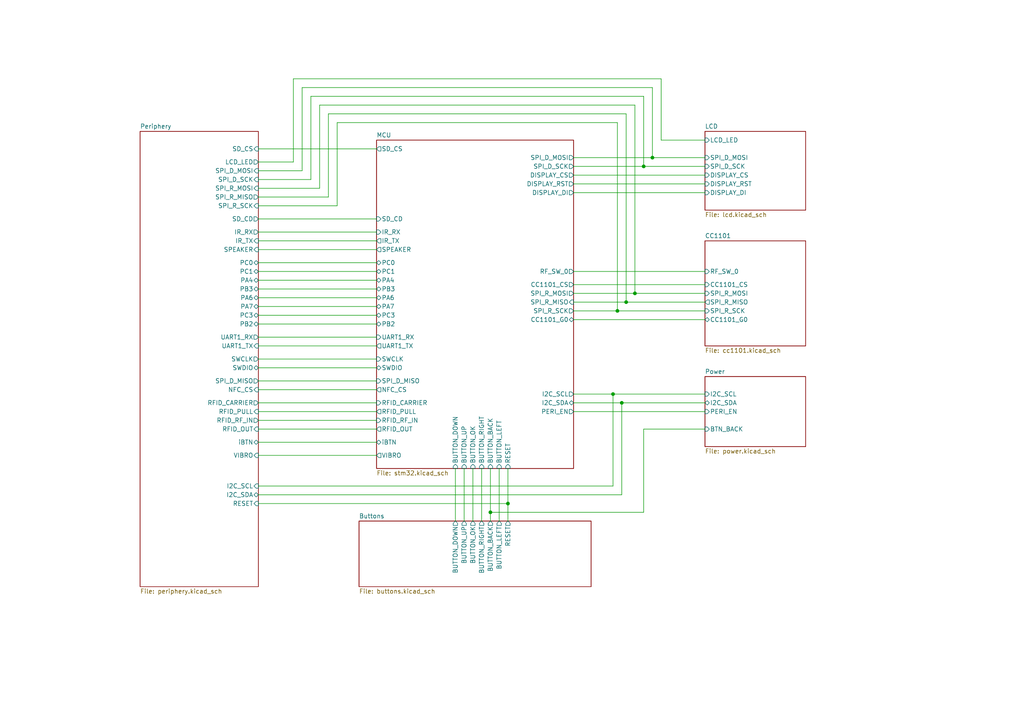
<source format=kicad_sch>
(kicad_sch
	(version 20231120)
	(generator "eeschema")
	(generator_version "8.0")
	(uuid "16216a68-6dea-41d7-8e15-2cc84f72f8e2")
	(paper "A4")
	(lib_symbols)
	(junction
		(at 184.15 85.09)
		(diameter 0)
		(color 0 0 0 0)
		(uuid "2ad64c5c-7bf7-4638-b0d2-3b96451194ec")
	)
	(junction
		(at 179.07 90.17)
		(diameter 0)
		(color 0 0 0 0)
		(uuid "4319d963-cf2a-4637-936e-c4cb97cdfa0e")
	)
	(junction
		(at 189.23 45.72)
		(diameter 0)
		(color 0 0 0 0)
		(uuid "646afc01-1bf3-46a1-b353-9a470c3194fe")
	)
	(junction
		(at 186.69 48.26)
		(diameter 0)
		(color 0 0 0 0)
		(uuid "6bf372b3-4ea9-4f4c-88f4-e8c602a69a1d")
	)
	(junction
		(at 181.61 87.63)
		(diameter 0)
		(color 0 0 0 0)
		(uuid "9468eeba-ad49-4e9f-85ba-c8d14ad4dd60")
	)
	(junction
		(at 147.32 146.05)
		(diameter 0)
		(color 0 0 0 0)
		(uuid "9fbf0423-b10f-4de1-9bcf-651a0f04a6ca")
	)
	(junction
		(at 177.8 114.3)
		(diameter 0)
		(color 0 0 0 0)
		(uuid "b8bc18a9-9b65-42e8-9522-b2959e758379")
	)
	(junction
		(at 180.34 116.84)
		(diameter 0)
		(color 0 0 0 0)
		(uuid "b8ff00bd-3a73-437b-b070-2afdb5d5ed1a")
	)
	(junction
		(at 142.24 148.59)
		(diameter 0)
		(color 0 0 0 0)
		(uuid "ff58299d-109c-49f3-a1df-8e6e00c424c9")
	)
	(wire
		(pts
			(xy 132.08 135.89) (xy 132.08 151.13)
		)
		(stroke
			(width 0)
			(type default)
		)
		(uuid "00176cb9-cf87-4dfa-8c03-d5a066302b08")
	)
	(wire
		(pts
			(xy 74.93 57.15) (xy 95.25 57.15)
		)
		(stroke
			(width 0)
			(type default)
		)
		(uuid "010e124a-9b69-4e10-a68a-bdebeeb6adcd")
	)
	(wire
		(pts
			(xy 147.32 146.05) (xy 147.32 151.13)
		)
		(stroke
			(width 0)
			(type default)
		)
		(uuid "04679609-5888-42a9-ab2f-e5bf36387165")
	)
	(wire
		(pts
			(xy 166.37 92.71) (xy 204.47 92.71)
		)
		(stroke
			(width 0)
			(type default)
		)
		(uuid "052865c0-40a3-4cd5-ab67-5208498d63c0")
	)
	(wire
		(pts
			(xy 74.93 110.49) (xy 109.22 110.49)
		)
		(stroke
			(width 0)
			(type default)
		)
		(uuid "06d8b2f2-c936-4693-b133-febd263cc977")
	)
	(wire
		(pts
			(xy 74.93 46.99) (xy 85.09 46.99)
		)
		(stroke
			(width 0)
			(type default)
		)
		(uuid "0c61a28e-d3c6-426c-8044-698e13d96f08")
	)
	(wire
		(pts
			(xy 166.37 119.38) (xy 204.47 119.38)
		)
		(stroke
			(width 0)
			(type default)
		)
		(uuid "134681d6-42af-4310-a178-461c55afff9c")
	)
	(wire
		(pts
			(xy 177.8 140.97) (xy 177.8 114.3)
		)
		(stroke
			(width 0)
			(type default)
		)
		(uuid "150d1e9c-c17c-4ff6-8f45-3bce3f3ea72e")
	)
	(wire
		(pts
			(xy 74.93 104.14) (xy 109.22 104.14)
		)
		(stroke
			(width 0)
			(type default)
		)
		(uuid "1861656f-8ac8-4f5f-b186-7c45db150c48")
	)
	(wire
		(pts
			(xy 191.77 22.86) (xy 191.77 40.64)
		)
		(stroke
			(width 0)
			(type default)
		)
		(uuid "1e4c01ef-558d-45e5-960b-b92c4034c5eb")
	)
	(wire
		(pts
			(xy 181.61 33.02) (xy 181.61 87.63)
		)
		(stroke
			(width 0)
			(type default)
		)
		(uuid "20152b8b-a90a-4fd4-85c6-b948eac7f503")
	)
	(wire
		(pts
			(xy 186.69 27.94) (xy 186.69 48.26)
		)
		(stroke
			(width 0)
			(type default)
		)
		(uuid "24115543-bcd2-4cff-9f87-deebb15d5217")
	)
	(wire
		(pts
			(xy 74.93 54.61) (xy 92.71 54.61)
		)
		(stroke
			(width 0)
			(type default)
		)
		(uuid "24844e17-9277-4a30-9de3-054160d75e2b")
	)
	(wire
		(pts
			(xy 166.37 87.63) (xy 181.61 87.63)
		)
		(stroke
			(width 0)
			(type default)
		)
		(uuid "25dcb5fb-4a91-441b-a27c-b294d68f6596")
	)
	(wire
		(pts
			(xy 74.93 106.68) (xy 109.22 106.68)
		)
		(stroke
			(width 0)
			(type default)
		)
		(uuid "29c1a450-2cc8-459f-a2f4-48ee8323d8a1")
	)
	(wire
		(pts
			(xy 166.37 48.26) (xy 186.69 48.26)
		)
		(stroke
			(width 0)
			(type default)
		)
		(uuid "2c3aa4f9-c952-404e-9e5a-99439769ad2c")
	)
	(wire
		(pts
			(xy 166.37 114.3) (xy 177.8 114.3)
		)
		(stroke
			(width 0)
			(type default)
		)
		(uuid "330d607e-cde2-4e74-a6ca-01a6855b3c7a")
	)
	(wire
		(pts
			(xy 186.69 48.26) (xy 204.47 48.26)
		)
		(stroke
			(width 0)
			(type default)
		)
		(uuid "3846fade-2904-4c07-baa9-6dc889d88aba")
	)
	(wire
		(pts
			(xy 87.63 49.53) (xy 87.63 25.4)
		)
		(stroke
			(width 0)
			(type default)
		)
		(uuid "3ac23db2-aef9-493c-a2fb-90d7b63f4916")
	)
	(wire
		(pts
			(xy 74.93 78.74) (xy 109.22 78.74)
		)
		(stroke
			(width 0)
			(type default)
		)
		(uuid "40063648-ffba-4252-b576-f0819112cd00")
	)
	(wire
		(pts
			(xy 92.71 54.61) (xy 92.71 30.48)
		)
		(stroke
			(width 0)
			(type default)
		)
		(uuid "44190fc2-a9eb-4770-b2ee-e54a687fecec")
	)
	(wire
		(pts
			(xy 97.79 35.56) (xy 97.79 59.69)
		)
		(stroke
			(width 0)
			(type default)
		)
		(uuid "4d2d32f3-a8d7-4dfe-8919-93f481b3b04d")
	)
	(wire
		(pts
			(xy 95.25 57.15) (xy 95.25 33.02)
		)
		(stroke
			(width 0)
			(type default)
		)
		(uuid "4df1f4f2-0e9f-4f52-a7d8-c1ac39f30b26")
	)
	(wire
		(pts
			(xy 179.07 35.56) (xy 97.79 35.56)
		)
		(stroke
			(width 0)
			(type default)
		)
		(uuid "4e2c8007-c6db-41fc-ae13-06b3ad995c04")
	)
	(wire
		(pts
			(xy 139.7 135.89) (xy 139.7 151.13)
		)
		(stroke
			(width 0)
			(type default)
		)
		(uuid "526526ce-8468-464f-9db1-80167d6892a5")
	)
	(wire
		(pts
			(xy 74.93 146.05) (xy 147.32 146.05)
		)
		(stroke
			(width 0)
			(type default)
		)
		(uuid "53cce1a5-9d12-4f29-88aa-fd80fecd9473")
	)
	(wire
		(pts
			(xy 166.37 116.84) (xy 180.34 116.84)
		)
		(stroke
			(width 0)
			(type default)
		)
		(uuid "54270b68-a013-46de-9c74-43843c9e8942")
	)
	(wire
		(pts
			(xy 74.93 43.18) (xy 109.22 43.18)
		)
		(stroke
			(width 0)
			(type default)
		)
		(uuid "56bff7f2-335f-4e52-b18f-390d82a8c90e")
	)
	(wire
		(pts
			(xy 74.93 76.2) (xy 109.22 76.2)
		)
		(stroke
			(width 0)
			(type default)
		)
		(uuid "56da4e0e-611c-461c-86c9-c669998ce61d")
	)
	(wire
		(pts
			(xy 74.93 143.51) (xy 180.34 143.51)
		)
		(stroke
			(width 0)
			(type default)
		)
		(uuid "5aa5e773-2a89-4219-9d66-bf3be65a07af")
	)
	(wire
		(pts
			(xy 144.78 135.89) (xy 144.78 151.13)
		)
		(stroke
			(width 0)
			(type default)
		)
		(uuid "5c75b51d-b1de-4156-9f32-df9083aaab9d")
	)
	(wire
		(pts
			(xy 74.93 81.28) (xy 109.22 81.28)
		)
		(stroke
			(width 0)
			(type default)
		)
		(uuid "5dc95675-cc9f-4d64-bbe7-1b5224712d70")
	)
	(wire
		(pts
			(xy 181.61 87.63) (xy 204.47 87.63)
		)
		(stroke
			(width 0)
			(type default)
		)
		(uuid "6194f111-269b-42bb-b619-436325c5471c")
	)
	(wire
		(pts
			(xy 74.93 52.07) (xy 90.17 52.07)
		)
		(stroke
			(width 0)
			(type default)
		)
		(uuid "67e1c045-ac0a-4a61-a066-0074559fe9ee")
	)
	(wire
		(pts
			(xy 189.23 25.4) (xy 189.23 45.72)
		)
		(stroke
			(width 0)
			(type default)
		)
		(uuid "6803ecdf-2c4e-4974-a0de-bbd18eb21714")
	)
	(wire
		(pts
			(xy 74.93 124.46) (xy 109.22 124.46)
		)
		(stroke
			(width 0)
			(type default)
		)
		(uuid "6c6ed3fd-1c5c-48c0-94bd-31851b46017d")
	)
	(wire
		(pts
			(xy 74.93 88.9) (xy 109.22 88.9)
		)
		(stroke
			(width 0)
			(type default)
		)
		(uuid "6f8ca2ad-44d7-4d03-a6e1-01f50662739c")
	)
	(wire
		(pts
			(xy 74.93 132.08) (xy 109.22 132.08)
		)
		(stroke
			(width 0)
			(type default)
		)
		(uuid "7013f2f5-68c3-4f64-a545-df987659f1f3")
	)
	(wire
		(pts
			(xy 186.69 124.46) (xy 204.47 124.46)
		)
		(stroke
			(width 0)
			(type default)
		)
		(uuid "72916736-05bb-4765-80c5-b04f88008e49")
	)
	(wire
		(pts
			(xy 74.93 67.31) (xy 109.22 67.31)
		)
		(stroke
			(width 0)
			(type default)
		)
		(uuid "729a3ba3-d50b-48b6-a71a-e43c5a8fbc40")
	)
	(wire
		(pts
			(xy 180.34 116.84) (xy 204.47 116.84)
		)
		(stroke
			(width 0)
			(type default)
		)
		(uuid "74443a81-de64-42e9-98cd-7899d624707f")
	)
	(wire
		(pts
			(xy 134.62 135.89) (xy 134.62 151.13)
		)
		(stroke
			(width 0)
			(type default)
		)
		(uuid "749f6e5a-04af-4c9f-838c-a98e2760b867")
	)
	(wire
		(pts
			(xy 74.93 113.03) (xy 109.22 113.03)
		)
		(stroke
			(width 0)
			(type default)
		)
		(uuid "76ec8864-a5df-461c-8fc1-9728bd4b70d8")
	)
	(wire
		(pts
			(xy 137.16 135.89) (xy 137.16 151.13)
		)
		(stroke
			(width 0)
			(type default)
		)
		(uuid "77adc8c1-c396-4489-9785-24bd98e9a9db")
	)
	(wire
		(pts
			(xy 74.93 93.98) (xy 109.22 93.98)
		)
		(stroke
			(width 0)
			(type default)
		)
		(uuid "7cbacfc2-4879-4bb3-acba-41ca9b5beea3")
	)
	(wire
		(pts
			(xy 142.24 135.89) (xy 142.24 148.59)
		)
		(stroke
			(width 0)
			(type default)
		)
		(uuid "7dd1a483-49d3-49d2-914f-ea75e6f6d3e1")
	)
	(wire
		(pts
			(xy 74.93 72.39) (xy 109.22 72.39)
		)
		(stroke
			(width 0)
			(type default)
		)
		(uuid "7f76f0a6-aefb-4960-acde-0777b8af46a0")
	)
	(wire
		(pts
			(xy 74.93 119.38) (xy 109.22 119.38)
		)
		(stroke
			(width 0)
			(type default)
		)
		(uuid "81f8699a-db35-4fb3-869d-dc9bd88e1445")
	)
	(wire
		(pts
			(xy 74.93 97.79) (xy 109.22 97.79)
		)
		(stroke
			(width 0)
			(type default)
		)
		(uuid "84577e3a-8468-41f0-b77c-cd0eafc0db4f")
	)
	(wire
		(pts
			(xy 74.93 100.33) (xy 109.22 100.33)
		)
		(stroke
			(width 0)
			(type default)
		)
		(uuid "851414fd-6d4a-42ed-ac02-441ca86e6e52")
	)
	(wire
		(pts
			(xy 166.37 85.09) (xy 184.15 85.09)
		)
		(stroke
			(width 0)
			(type default)
		)
		(uuid "87b29bbe-510b-4ec1-9828-5d7e258148c2")
	)
	(wire
		(pts
			(xy 74.93 49.53) (xy 87.63 49.53)
		)
		(stroke
			(width 0)
			(type default)
		)
		(uuid "89b1b1de-2d42-4ce7-ab8b-0990d915fc2a")
	)
	(wire
		(pts
			(xy 87.63 25.4) (xy 189.23 25.4)
		)
		(stroke
			(width 0)
			(type default)
		)
		(uuid "950a9044-9ab7-419f-bba0-dca5d6167bd4")
	)
	(wire
		(pts
			(xy 74.93 116.84) (xy 109.22 116.84)
		)
		(stroke
			(width 0)
			(type default)
		)
		(uuid "96017382-fb33-47cd-8f25-d32b1a9e300a")
	)
	(wire
		(pts
			(xy 74.93 83.82) (xy 109.22 83.82)
		)
		(stroke
			(width 0)
			(type default)
		)
		(uuid "9a4fe2c8-9f77-48ab-bfc2-deea36a73279")
	)
	(wire
		(pts
			(xy 166.37 50.8) (xy 204.47 50.8)
		)
		(stroke
			(width 0)
			(type default)
		)
		(uuid "9cbea223-b28e-42d1-8eb9-45a2c0f611e1")
	)
	(wire
		(pts
			(xy 74.93 140.97) (xy 177.8 140.97)
		)
		(stroke
			(width 0)
			(type default)
		)
		(uuid "a1ff3dee-4c5d-482b-8cd0-0d26d8f2136a")
	)
	(wire
		(pts
			(xy 74.93 121.92) (xy 109.22 121.92)
		)
		(stroke
			(width 0)
			(type default)
		)
		(uuid "a200eb3e-a9fd-4dd3-9ebf-ae0b7239b5ec")
	)
	(wire
		(pts
			(xy 92.71 30.48) (xy 184.15 30.48)
		)
		(stroke
			(width 0)
			(type default)
		)
		(uuid "a60bb7ce-d0a0-4b5c-b73e-bb88a8cb66f9")
	)
	(wire
		(pts
			(xy 90.17 52.07) (xy 90.17 27.94)
		)
		(stroke
			(width 0)
			(type default)
		)
		(uuid "a7efaca2-3fa1-4466-9a65-c22150e28910")
	)
	(wire
		(pts
			(xy 191.77 40.64) (xy 204.47 40.64)
		)
		(stroke
			(width 0)
			(type default)
		)
		(uuid "a80c3ce6-ac24-467b-b9ee-25e99690aa12")
	)
	(wire
		(pts
			(xy 177.8 114.3) (xy 204.47 114.3)
		)
		(stroke
			(width 0)
			(type default)
		)
		(uuid "a9d37503-0717-4488-8bfe-f2fa163a90ac")
	)
	(wire
		(pts
			(xy 85.09 46.99) (xy 85.09 22.86)
		)
		(stroke
			(width 0)
			(type default)
		)
		(uuid "aa9f5d05-4e85-4862-9ea3-575f062458eb")
	)
	(wire
		(pts
			(xy 186.69 148.59) (xy 186.69 124.46)
		)
		(stroke
			(width 0)
			(type default)
		)
		(uuid "ac267b0a-b815-4e44-b143-78eca6333737")
	)
	(wire
		(pts
			(xy 189.23 45.72) (xy 204.47 45.72)
		)
		(stroke
			(width 0)
			(type default)
		)
		(uuid "b0b865d3-b10f-4510-a2e1-66e5777be5a8")
	)
	(wire
		(pts
			(xy 95.25 33.02) (xy 181.61 33.02)
		)
		(stroke
			(width 0)
			(type default)
		)
		(uuid "bd7ee98c-61c4-4347-a08a-8e139112f30b")
	)
	(wire
		(pts
			(xy 180.34 143.51) (xy 180.34 116.84)
		)
		(stroke
			(width 0)
			(type default)
		)
		(uuid "be7b9d13-a860-4352-88a7-92dd9709beb9")
	)
	(wire
		(pts
			(xy 74.93 128.27) (xy 109.22 128.27)
		)
		(stroke
			(width 0)
			(type default)
		)
		(uuid "bf39745e-2540-4623-8887-f80935d62423")
	)
	(wire
		(pts
			(xy 85.09 22.86) (xy 191.77 22.86)
		)
		(stroke
			(width 0)
			(type default)
		)
		(uuid "c0aab085-38f9-4cc4-a740-869006421476")
	)
	(wire
		(pts
			(xy 90.17 27.94) (xy 186.69 27.94)
		)
		(stroke
			(width 0)
			(type default)
		)
		(uuid "c2c6c5da-c44b-4bac-8a76-3d5176d1175b")
	)
	(wire
		(pts
			(xy 74.93 91.44) (xy 109.22 91.44)
		)
		(stroke
			(width 0)
			(type default)
		)
		(uuid "c3d2f1f1-74cc-49d7-8e39-9d95cd02a239")
	)
	(wire
		(pts
			(xy 74.93 86.36) (xy 109.22 86.36)
		)
		(stroke
			(width 0)
			(type default)
		)
		(uuid "cc3ced13-466d-428c-9f13-7bce365b4619")
	)
	(wire
		(pts
			(xy 166.37 78.74) (xy 204.47 78.74)
		)
		(stroke
			(width 0)
			(type default)
		)
		(uuid "cdfa62e2-0714-4319-b1d8-689191a96688")
	)
	(wire
		(pts
			(xy 166.37 55.88) (xy 204.47 55.88)
		)
		(stroke
			(width 0)
			(type default)
		)
		(uuid "cf659f2a-fb69-42ce-9879-7f59fd4321f7")
	)
	(wire
		(pts
			(xy 184.15 30.48) (xy 184.15 85.09)
		)
		(stroke
			(width 0)
			(type default)
		)
		(uuid "cfc1071b-18cc-49e9-a10f-2db6b90dab24")
	)
	(wire
		(pts
			(xy 147.32 135.89) (xy 147.32 146.05)
		)
		(stroke
			(width 0)
			(type default)
		)
		(uuid "dbe3aa4b-393f-43cb-83d5-471c00dc6929")
	)
	(wire
		(pts
			(xy 97.79 59.69) (xy 74.93 59.69)
		)
		(stroke
			(width 0)
			(type default)
		)
		(uuid "de1ffca9-0bdd-476f-91f7-c89ea463b706")
	)
	(wire
		(pts
			(xy 142.24 148.59) (xy 142.24 151.13)
		)
		(stroke
			(width 0)
			(type default)
		)
		(uuid "e0040660-9539-430e-bbc1-4ac639cce840")
	)
	(wire
		(pts
			(xy 166.37 45.72) (xy 189.23 45.72)
		)
		(stroke
			(width 0)
			(type default)
		)
		(uuid "e12073c5-0f6e-4b4a-b9a8-8bdcbc6eca38")
	)
	(wire
		(pts
			(xy 179.07 90.17) (xy 204.47 90.17)
		)
		(stroke
			(width 0)
			(type default)
		)
		(uuid "e53a6eeb-5d4a-4caf-b7f2-b7e2aa24ba6c")
	)
	(wire
		(pts
			(xy 166.37 90.17) (xy 179.07 90.17)
		)
		(stroke
			(width 0)
			(type default)
		)
		(uuid "e82f799b-6da2-4622-9bab-6aa0487b71c3")
	)
	(wire
		(pts
			(xy 179.07 90.17) (xy 179.07 35.56)
		)
		(stroke
			(width 0)
			(type default)
		)
		(uuid "e90dc314-f4d1-413e-9f14-817bd84fb7c9")
	)
	(wire
		(pts
			(xy 74.93 63.5) (xy 109.22 63.5)
		)
		(stroke
			(width 0)
			(type default)
		)
		(uuid "eaf0e70a-b6ba-4239-9266-b9a06c4258f2")
	)
	(wire
		(pts
			(xy 74.93 69.85) (xy 109.22 69.85)
		)
		(stroke
			(width 0)
			(type default)
		)
		(uuid "ec2f3f8c-4303-4ebd-987a-54164cd2a5cd")
	)
	(wire
		(pts
			(xy 166.37 82.55) (xy 204.47 82.55)
		)
		(stroke
			(width 0)
			(type default)
		)
		(uuid "f8b0e918-f17c-4570-829a-8e6b573d5c22")
	)
	(wire
		(pts
			(xy 166.37 53.34) (xy 204.47 53.34)
		)
		(stroke
			(width 0)
			(type default)
		)
		(uuid "fad4647e-3b4a-4558-92aa-0aebca5a675d")
	)
	(wire
		(pts
			(xy 184.15 85.09) (xy 204.47 85.09)
		)
		(stroke
			(width 0)
			(type default)
		)
		(uuid "fd69af03-71f9-4f11-8280-4c9e0e04cef0")
	)
	(wire
		(pts
			(xy 142.24 148.59) (xy 186.69 148.59)
		)
		(stroke
			(width 0)
			(type default)
		)
		(uuid "fe66d816-b730-41f4-99b1-08e240e442d8")
	)
	(sheet
		(at 40.64 38.1)
		(size 34.29 132.08)
		(fields_autoplaced yes)
		(stroke
			(width 0.1524)
			(type solid)
		)
		(fill
			(color 0 0 0 0.0000)
		)
		(uuid "07054158-43be-4dab-a684-c4a4bca9b970")
		(property "Sheetname" "Periphery"
			(at 40.64 37.3884 0)
			(effects
				(font
					(size 1.27 1.27)
				)
				(justify left bottom)
			)
		)
		(property "Sheetfile" "periphery.kicad_sch"
			(at 40.64 170.7646 0)
			(effects
				(font
					(size 1.27 1.27)
				)
				(justify left top)
			)
		)
		(pin "SPI_R_SCK" input
			(at 74.93 59.69 0)
			(effects
				(font
					(size 1.27 1.27)
				)
				(justify right)
			)
			(uuid "46395aca-4095-484f-8caa-70c15e9bb758")
		)
		(pin "RFID_RF_IN" output
			(at 74.93 121.92 0)
			(effects
				(font
					(size 1.27 1.27)
				)
				(justify right)
			)
			(uuid "4acc5862-099e-43b2-b4b1-6ab75221995d")
		)
		(pin "NFC_CS" input
			(at 74.93 113.03 0)
			(effects
				(font
					(size 1.27 1.27)
				)
				(justify right)
			)
			(uuid "6046daf4-4059-4894-bdb3-55ecae16f1c2")
		)
		(pin "SPI_R_MISO" output
			(at 74.93 57.15 0)
			(effects
				(font
					(size 1.27 1.27)
				)
				(justify right)
			)
			(uuid "dd998e82-7e6d-4418-a907-4cde4a659aea")
		)
		(pin "VIBRO" input
			(at 74.93 132.08 0)
			(effects
				(font
					(size 1.27 1.27)
				)
				(justify right)
			)
			(uuid "025049ff-20d1-4b37-915f-d4b7ff47dd7b")
		)
		(pin "RFID_OUT" input
			(at 74.93 124.46 0)
			(effects
				(font
					(size 1.27 1.27)
				)
				(justify right)
			)
			(uuid "92f0abbd-d5a5-423a-b192-0c9b81020c15")
		)
		(pin "RFID_PULL" input
			(at 74.93 119.38 0)
			(effects
				(font
					(size 1.27 1.27)
				)
				(justify right)
			)
			(uuid "60c60b34-3040-4c10-b04b-c505a197b61c")
		)
		(pin "SPI_R_MOSI" input
			(at 74.93 54.61 0)
			(effects
				(font
					(size 1.27 1.27)
				)
				(justify right)
			)
			(uuid "3d2a7a42-3ce1-4917-95e0-9db8a98cc7f5")
		)
		(pin "SPEAKER" input
			(at 74.93 72.39 0)
			(effects
				(font
					(size 1.27 1.27)
				)
				(justify right)
			)
			(uuid "26ef8d65-a373-4be8-9b3f-1cb286803fb2")
		)
		(pin "IR_RX" output
			(at 74.93 67.31 0)
			(effects
				(font
					(size 1.27 1.27)
				)
				(justify right)
			)
			(uuid "1c01ee83-2675-42d4-800a-674a19a82c32")
		)
		(pin "IR_TX" input
			(at 74.93 69.85 0)
			(effects
				(font
					(size 1.27 1.27)
				)
				(justify right)
			)
			(uuid "c0b3a357-30a6-46d8-9149-6ef83afe7857")
		)
		(pin "RFID_CARRIER" output
			(at 74.93 116.84 0)
			(effects
				(font
					(size 1.27 1.27)
				)
				(justify right)
			)
			(uuid "d898bba4-795b-41a1-b5e9-32dceb2aae25")
		)
		(pin "iBTN" bidirectional
			(at 74.93 128.27 0)
			(effects
				(font
					(size 1.27 1.27)
				)
				(justify right)
			)
			(uuid "899787b1-c65b-48de-903d-908ed58f015f")
		)
		(pin "PC0" bidirectional
			(at 74.93 76.2 0)
			(effects
				(font
					(size 1.27 1.27)
				)
				(justify right)
			)
			(uuid "6e32c2a5-8572-4853-a444-580738b6bf90")
		)
		(pin "UART1_RX" output
			(at 74.93 97.79 0)
			(effects
				(font
					(size 1.27 1.27)
				)
				(justify right)
			)
			(uuid "f19ec04a-0780-4bb3-a54b-c8aff8fc575a")
		)
		(pin "PC1" bidirectional
			(at 74.93 78.74 0)
			(effects
				(font
					(size 1.27 1.27)
				)
				(justify right)
			)
			(uuid "31a7f806-1c12-4e1a-9a08-eba74a086fd9")
		)
		(pin "UART1_TX" input
			(at 74.93 100.33 0)
			(effects
				(font
					(size 1.27 1.27)
				)
				(justify right)
			)
			(uuid "14ad8b09-c0b6-4b92-aa1a-b2eddcb93c8e")
		)
		(pin "PA7" bidirectional
			(at 74.93 88.9 0)
			(effects
				(font
					(size 1.27 1.27)
				)
				(justify right)
			)
			(uuid "b282f38d-5556-4515-845b-8224c19cb7e1")
		)
		(pin "PB3" bidirectional
			(at 74.93 83.82 0)
			(effects
				(font
					(size 1.27 1.27)
				)
				(justify right)
			)
			(uuid "03122f4a-bd01-4bd6-807d-ef9b3f74881a")
		)
		(pin "PC3" bidirectional
			(at 74.93 91.44 0)
			(effects
				(font
					(size 1.27 1.27)
				)
				(justify right)
			)
			(uuid "6c5f3071-b479-406a-8479-4cca48ec0277")
		)
		(pin "PB2" bidirectional
			(at 74.93 93.98 0)
			(effects
				(font
					(size 1.27 1.27)
				)
				(justify right)
			)
			(uuid "f594c2fb-3726-46a3-a409-148c654c2bda")
		)
		(pin "PA4" bidirectional
			(at 74.93 81.28 0)
			(effects
				(font
					(size 1.27 1.27)
				)
				(justify right)
			)
			(uuid "1125990b-d36d-46a5-a2cc-d149b1f464db")
		)
		(pin "PA6" bidirectional
			(at 74.93 86.36 0)
			(effects
				(font
					(size 1.27 1.27)
				)
				(justify right)
			)
			(uuid "89e71ac2-352c-432c-998e-ceab16eb99ad")
		)
		(pin "SWCLK" output
			(at 74.93 104.14 0)
			(effects
				(font
					(size 1.27 1.27)
				)
				(justify right)
			)
			(uuid "de3ac86e-1ec2-473a-8a03-c20226e97199")
		)
		(pin "SWDIO" bidirectional
			(at 74.93 106.68 0)
			(effects
				(font
					(size 1.27 1.27)
				)
				(justify right)
			)
			(uuid "e1c8322f-85ab-4336-b216-a39cdbf73124")
		)
		(pin "I2C_SCL" input
			(at 74.93 140.97 0)
			(effects
				(font
					(size 1.27 1.27)
				)
				(justify right)
			)
			(uuid "aca89d12-e189-410c-b667-d114d308d4a7")
		)
		(pin "I2C_SDA" bidirectional
			(at 74.93 143.51 0)
			(effects
				(font
					(size 1.27 1.27)
				)
				(justify right)
			)
			(uuid "a07fdd2b-53ae-40b1-90df-bac210cbd523")
		)
		(pin "RESET" input
			(at 74.93 146.05 0)
			(effects
				(font
					(size 1.27 1.27)
				)
				(justify right)
			)
			(uuid "ebfeaec9-19d8-4434-8e3d-21cf0a435992")
		)
		(pin "LCD_LED" output
			(at 74.93 46.99 0)
			(effects
				(font
					(size 1.27 1.27)
				)
				(justify right)
			)
			(uuid "4904fb2d-bfa4-4294-8733-166b01b386d0")
		)
		(pin "SPI_D_MISO" output
			(at 74.93 110.49 0)
			(effects
				(font
					(size 1.27 1.27)
				)
				(justify right)
			)
			(uuid "7a2c1213-3436-451f-a088-522cd0c82f70")
		)
		(pin "SPI_D_MOSI" input
			(at 74.93 49.53 0)
			(effects
				(font
					(size 1.27 1.27)
				)
				(justify right)
			)
			(uuid "75a5ca37-c625-431e-be91-c6848f6fc6ad")
		)
		(pin "SD_CD" output
			(at 74.93 63.5 0)
			(effects
				(font
					(size 1.27 1.27)
				)
				(justify right)
			)
			(uuid "55258a8b-f320-4dda-b75e-3e7f3e844e28")
		)
		(pin "SPI_D_SCK" input
			(at 74.93 52.07 0)
			(effects
				(font
					(size 1.27 1.27)
				)
				(justify right)
			)
			(uuid "cfe59ece-8f50-4ce0-ad43-7bb12aca9dbc")
		)
		(pin "SD_CS" input
			(at 74.93 43.18 0)
			(effects
				(font
					(size 1.27 1.27)
				)
				(justify right)
			)
			(uuid "6db7d34e-ecd7-477f-b592-ef78909fa92f")
		)
		(instances
			(project "main_board"
				(path "/16216a68-6dea-41d7-8e15-2cc84f72f8e2"
					(page "2")
				)
			)
		)
	)
	(sheet
		(at 204.47 38.1)
		(size 29.21 22.86)
		(fields_autoplaced yes)
		(stroke
			(width 0.1524)
			(type solid)
		)
		(fill
			(color 0 0 0 0.0000)
		)
		(uuid "235dc31c-3814-4a70-a75b-2b905e486f6f")
		(property "Sheetname" "LCD"
			(at 204.47 37.3884 0)
			(effects
				(font
					(size 1.27 1.27)
				)
				(justify left bottom)
			)
		)
		(property "Sheetfile" "lcd.kicad_sch"
			(at 204.47 61.5446 0)
			(effects
				(font
					(size 1.27 1.27)
				)
				(justify left top)
			)
		)
		(pin "LCD_LED" input
			(at 204.47 40.64 180)
			(effects
				(font
					(size 1.27 1.27)
				)
				(justify left)
			)
			(uuid "841e9207-1d90-4185-9f60-180693847768")
		)
		(pin "DISPLAY_RST" input
			(at 204.47 53.34 180)
			(effects
				(font
					(size 1.27 1.27)
				)
				(justify left)
			)
			(uuid "3e8dbb59-1525-43cd-bc30-1454f7a219e7")
		)
		(pin "DISPLAY_CS" input
			(at 204.47 50.8 180)
			(effects
				(font
					(size 1.27 1.27)
				)
				(justify left)
			)
			(uuid "7c513168-4d92-4957-9aad-ab4f18e4ead0")
		)
		(pin "DISPLAY_DI" input
			(at 204.47 55.88 180)
			(effects
				(font
					(size 1.27 1.27)
				)
				(justify left)
			)
			(uuid "a144d305-c3a0-4c3c-b1db-10c16fd8374a")
		)
		(pin "SPI_D_MOSI" input
			(at 204.47 45.72 180)
			(effects
				(font
					(size 1.27 1.27)
				)
				(justify left)
			)
			(uuid "5f56bb69-7149-448e-a1cf-c1048ee5bdd9")
		)
		(pin "SPI_D_SCK" input
			(at 204.47 48.26 180)
			(effects
				(font
					(size 1.27 1.27)
				)
				(justify left)
			)
			(uuid "e1a3b76f-4022-4b67-a7a3-114a4acae63e")
		)
		(instances
			(project "main_board"
				(path "/16216a68-6dea-41d7-8e15-2cc84f72f8e2"
					(page "6")
				)
			)
		)
	)
	(sheet
		(at 204.47 69.85)
		(size 29.21 30.48)
		(fields_autoplaced yes)
		(stroke
			(width 0.1524)
			(type solid)
		)
		(fill
			(color 0 0 0 0.0000)
		)
		(uuid "5111dc55-0d19-493a-9207-f9f348963d5b")
		(property "Sheetname" "CC1101"
			(at 204.47 69.1384 0)
			(effects
				(font
					(size 1.27 1.27)
				)
				(justify left bottom)
			)
		)
		(property "Sheetfile" "cc1101.kicad_sch"
			(at 204.47 100.9146 0)
			(effects
				(font
					(size 1.27 1.27)
				)
				(justify left top)
			)
		)
		(pin "RF_SW_0" input
			(at 204.47 78.74 180)
			(effects
				(font
					(size 1.27 1.27)
				)
				(justify left)
			)
			(uuid "2f70d750-cd29-410c-af0d-b634d9ee7b78")
		)
		(pin "CC1101_CS" input
			(at 204.47 82.55 180)
			(effects
				(font
					(size 1.27 1.27)
				)
				(justify left)
			)
			(uuid "7e3af772-3fb6-460b-af5d-1f4e73585403")
		)
		(pin "SPI_R_MISO" output
			(at 204.47 87.63 180)
			(effects
				(font
					(size 1.27 1.27)
				)
				(justify left)
			)
			(uuid "d1a8fba3-b6ee-441a-96f3-be8951e32ec3")
		)
		(pin "SPI_R_MOSI" input
			(at 204.47 85.09 180)
			(effects
				(font
					(size 1.27 1.27)
				)
				(justify left)
			)
			(uuid "8c84ef06-ea21-4aaa-b365-474cdf92c753")
		)
		(pin "SPI_R_SCK" input
			(at 204.47 90.17 180)
			(effects
				(font
					(size 1.27 1.27)
				)
				(justify left)
			)
			(uuid "1e6345d6-5411-4080-855d-ef62698b2cc7")
		)
		(pin "CC1101_G0" bidirectional
			(at 204.47 92.71 180)
			(effects
				(font
					(size 1.27 1.27)
				)
				(justify left)
			)
			(uuid "52b570e6-80dc-4667-9485-2a4fdb8a8d13")
		)
		(instances
			(project "main_board"
				(path "/16216a68-6dea-41d7-8e15-2cc84f72f8e2"
					(page "5")
				)
			)
		)
	)
	(sheet
		(at 204.47 109.22)
		(size 29.21 20.32)
		(fields_autoplaced yes)
		(stroke
			(width 0.1524)
			(type solid)
		)
		(fill
			(color 0 0 0 0.0000)
		)
		(uuid "5eb6c29b-8224-45cf-85c8-67766563dd51")
		(property "Sheetname" "Power"
			(at 204.47 108.5084 0)
			(effects
				(font
					(size 1.27 1.27)
				)
				(justify left bottom)
			)
		)
		(property "Sheetfile" "power.kicad_sch"
			(at 204.47 130.1246 0)
			(effects
				(font
					(size 1.27 1.27)
				)
				(justify left top)
			)
		)
		(pin "BTN_BACK" input
			(at 204.47 124.46 180)
			(effects
				(font
					(size 1.27 1.27)
				)
				(justify left)
			)
			(uuid "218ae6a1-8349-4ec0-9bd2-75d936442def")
		)
		(pin "I2C_SCL" input
			(at 204.47 114.3 180)
			(effects
				(font
					(size 1.27 1.27)
				)
				(justify left)
			)
			(uuid "7baa6907-ac13-4b52-ae2a-894c46302a12")
		)
		(pin "I2C_SDA" bidirectional
			(at 204.47 116.84 180)
			(effects
				(font
					(size 1.27 1.27)
				)
				(justify left)
			)
			(uuid "9d591b4c-b2a5-413d-9f31-a0df8195ac86")
		)
		(pin "PERI_EN" input
			(at 204.47 119.38 180)
			(effects
				(font
					(size 1.27 1.27)
				)
				(justify left)
			)
			(uuid "37c803e1-3312-4530-8e99-0be83a04fe34")
		)
		(instances
			(project "main_board"
				(path "/16216a68-6dea-41d7-8e15-2cc84f72f8e2"
					(page "4")
				)
			)
		)
	)
	(sheet
		(at 104.14 151.13)
		(size 67.31 19.05)
		(fields_autoplaced yes)
		(stroke
			(width 0.1524)
			(type solid)
		)
		(fill
			(color 0 0 0 0.0000)
		)
		(uuid "6489cd08-4275-4938-b17f-1a210ccc11a6")
		(property "Sheetname" "Buttons"
			(at 104.14 150.4184 0)
			(effects
				(font
					(size 1.27 1.27)
				)
				(justify left bottom)
			)
		)
		(property "Sheetfile" "buttons.kicad_sch"
			(at 104.14 170.7646 0)
			(effects
				(font
					(size 1.27 1.27)
				)
				(justify left top)
			)
		)
		(pin "BUTTON_BACK" output
			(at 142.24 151.13 90)
			(effects
				(font
					(size 1.27 1.27)
				)
				(justify right)
			)
			(uuid "eee171a6-8c3e-4ea3-87b4-721e069d6bab")
		)
		(pin "BUTTON_OK" output
			(at 137.16 151.13 90)
			(effects
				(font
					(size 1.27 1.27)
				)
				(justify right)
			)
			(uuid "9cc3d62f-a52f-4596-94d7-b64e95d6949e")
		)
		(pin "BUTTON_LEFT" output
			(at 144.78 151.13 90)
			(effects
				(font
					(size 1.27 1.27)
				)
				(justify right)
			)
			(uuid "5a062e78-fda7-4bfa-979a-c9432da282ec")
		)
		(pin "BUTTON_DOWN" output
			(at 132.08 151.13 90)
			(effects
				(font
					(size 1.27 1.27)
				)
				(justify right)
			)
			(uuid "5bab0194-4cb7-48b7-837a-303d6d20021f")
		)
		(pin "BUTTON_UP" output
			(at 134.62 151.13 90)
			(effects
				(font
					(size 1.27 1.27)
				)
				(justify right)
			)
			(uuid "bc27cbff-9657-4874-9008-ee422a526cd1")
		)
		(pin "BUTTON_RIGHT" output
			(at 139.7 151.13 90)
			(effects
				(font
					(size 1.27 1.27)
				)
				(justify right)
			)
			(uuid "1a301710-a6b7-45f6-99cb-a7b2470a7f23")
		)
		(pin "RESET" output
			(at 147.32 151.13 90)
			(effects
				(font
					(size 1.27 1.27)
				)
				(justify right)
			)
			(uuid "adfdb1c4-1f82-41ba-b036-2e8a79242951")
		)
		(instances
			(project "main_board"
				(path "/16216a68-6dea-41d7-8e15-2cc84f72f8e2"
					(page "7")
				)
			)
		)
	)
	(sheet
		(at 109.22 40.64)
		(size 57.15 95.25)
		(fields_autoplaced yes)
		(stroke
			(width 0.1524)
			(type solid)
		)
		(fill
			(color 0 0 0 0.0000)
		)
		(uuid "8225a072-bd5c-4ab0-988a-5acfd87a3b3a")
		(property "Sheetname" "MCU"
			(at 109.22 39.9284 0)
			(effects
				(font
					(size 1.27 1.27)
				)
				(justify left bottom)
			)
		)
		(property "Sheetfile" "stm32.kicad_sch"
			(at 109.22 136.4746 0)
			(effects
				(font
					(size 1.27 1.27)
				)
				(justify left top)
			)
		)
		(pin "RESET" input
			(at 147.32 135.89 270)
			(effects
				(font
					(size 1.27 1.27)
				)
				(justify left)
			)
			(uuid "a70fbcbd-4fd3-4135-8cde-8c5d70581d99")
		)
		(pin "BUTTON_BACK" input
			(at 142.24 135.89 270)
			(effects
				(font
					(size 1.27 1.27)
				)
				(justify left)
			)
			(uuid "0548c0fa-473a-46c4-acd0-b1eaa2621a44")
		)
		(pin "SD_CS" output
			(at 109.22 43.18 180)
			(effects
				(font
					(size 1.27 1.27)
				)
				(justify left)
			)
			(uuid "08ecee75-4626-4051-84f6-2e2db4fb523c")
		)
		(pin "PC3" bidirectional
			(at 109.22 91.44 180)
			(effects
				(font
					(size 1.27 1.27)
				)
				(justify left)
			)
			(uuid "20a29a6f-3d8d-4546-abc0-d5e11ef04106")
		)
		(pin "PC1" bidirectional
			(at 109.22 78.74 180)
			(effects
				(font
					(size 1.27 1.27)
				)
				(justify left)
			)
			(uuid "55e7015d-ab6d-4517-a239-998cd69915d9")
		)
		(pin "PC0" bidirectional
			(at 109.22 76.2 180)
			(effects
				(font
					(size 1.27 1.27)
				)
				(justify left)
			)
			(uuid "f79f3fa7-88f6-410c-9f7a-2df73ce7cd30")
		)
		(pin "SPI_D_MISO" input
			(at 109.22 110.49 180)
			(effects
				(font
					(size 1.27 1.27)
				)
				(justify left)
			)
			(uuid "c8eb3730-16a5-4698-ba40-cc748e80b891")
		)
		(pin "CC1101_CS" output
			(at 166.37 82.55 0)
			(effects
				(font
					(size 1.27 1.27)
				)
				(justify right)
			)
			(uuid "f15ab174-81bc-4500-8958-ac5fa6a184df")
		)
		(pin "BUTTON_OK" input
			(at 137.16 135.89 270)
			(effects
				(font
					(size 1.27 1.27)
				)
				(justify left)
			)
			(uuid "19fe19fc-2cbc-4460-b22e-390d9f1f5ffe")
		)
		(pin "SPI_D_SCK" output
			(at 166.37 48.26 0)
			(effects
				(font
					(size 1.27 1.27)
				)
				(justify right)
			)
			(uuid "482adf95-c1c9-4da7-8f58-25b535ff0d65")
		)
		(pin "RFID_RF_IN" input
			(at 109.22 121.92 180)
			(effects
				(font
					(size 1.27 1.27)
				)
				(justify left)
			)
			(uuid "80f68966-bedb-4260-afa2-af93e0262f23")
		)
		(pin "DISPLAY_CS" output
			(at 166.37 50.8 0)
			(effects
				(font
					(size 1.27 1.27)
				)
				(justify right)
			)
			(uuid "f1afd0fa-3c04-47e0-848c-9e21361cd22f")
		)
		(pin "BUTTON_DOWN" input
			(at 132.08 135.89 270)
			(effects
				(font
					(size 1.27 1.27)
				)
				(justify left)
			)
			(uuid "55776bac-f512-4aa7-bac1-2bdd6cc4c380")
		)
		(pin "RF_SW_0" output
			(at 166.37 78.74 0)
			(effects
				(font
					(size 1.27 1.27)
				)
				(justify right)
			)
			(uuid "ab7998a1-ca01-435f-aec1-894a5fddb947")
		)
		(pin "SD_CD" input
			(at 109.22 63.5 180)
			(effects
				(font
					(size 1.27 1.27)
				)
				(justify left)
			)
			(uuid "bc7ff58b-e933-49ec-86bc-9fe480eba170")
		)
		(pin "PERI_EN" output
			(at 166.37 119.38 0)
			(effects
				(font
					(size 1.27 1.27)
				)
				(justify right)
			)
			(uuid "32d09639-1504-437e-ac4f-ad81fe82bc8e")
		)
		(pin "IR_RX" input
			(at 109.22 67.31 180)
			(effects
				(font
					(size 1.27 1.27)
				)
				(justify left)
			)
			(uuid "66665d6e-38c9-4a49-9f67-76c2548ba157")
		)
		(pin "CC1101_G0" bidirectional
			(at 166.37 92.71 0)
			(effects
				(font
					(size 1.27 1.27)
				)
				(justify right)
			)
			(uuid "1a7e1aa4-43f0-4986-bbf5-7526b2c10ec3")
		)
		(pin "PA4" bidirectional
			(at 109.22 81.28 180)
			(effects
				(font
					(size 1.27 1.27)
				)
				(justify left)
			)
			(uuid "f9339377-2a6e-4aa0-aaf3-f23c10423360")
		)
		(pin "RFID_PULL" output
			(at 109.22 119.38 180)
			(effects
				(font
					(size 1.27 1.27)
				)
				(justify left)
			)
			(uuid "065e5e9f-c16b-42b4-a8cd-2985f72ea6db")
		)
		(pin "SPI_R_SCK" output
			(at 166.37 90.17 0)
			(effects
				(font
					(size 1.27 1.27)
				)
				(justify right)
			)
			(uuid "26f75c45-27f1-4a3a-b514-24547d1ec3ae")
		)
		(pin "PA7" bidirectional
			(at 109.22 88.9 180)
			(effects
				(font
					(size 1.27 1.27)
				)
				(justify left)
			)
			(uuid "6c0dbc92-9872-460a-9c78-c495e1361ea4")
		)
		(pin "PA6" bidirectional
			(at 109.22 86.36 180)
			(effects
				(font
					(size 1.27 1.27)
				)
				(justify left)
			)
			(uuid "916638dd-5b27-43c1-a40b-9155e0486d86")
		)
		(pin "I2C_SDA" bidirectional
			(at 166.37 116.84 0)
			(effects
				(font
					(size 1.27 1.27)
				)
				(justify right)
			)
			(uuid "f4cbdde6-6e7a-457d-9975-6d4ecb0662c2")
		)
		(pin "VIBRO" output
			(at 109.22 132.08 180)
			(effects
				(font
					(size 1.27 1.27)
				)
				(justify left)
			)
			(uuid "7830643d-e172-4a38-9df2-d4df41ca64fd")
		)
		(pin "I2C_SCL" output
			(at 166.37 114.3 0)
			(effects
				(font
					(size 1.27 1.27)
				)
				(justify right)
			)
			(uuid "5e0e9905-e93b-46a4-98b2-e5dfbf8bf0cd")
		)
		(pin "DISPLAY_DI" output
			(at 166.37 55.88 0)
			(effects
				(font
					(size 1.27 1.27)
				)
				(justify right)
			)
			(uuid "4aa1fb17-4076-4270-a55e-fd9bc9fea595")
		)
		(pin "RFID_CARRIER" input
			(at 109.22 116.84 180)
			(effects
				(font
					(size 1.27 1.27)
				)
				(justify left)
			)
			(uuid "8383e2c1-6007-4e7b-aa08-2504c202f7a2")
		)
		(pin "DISPLAY_RST" output
			(at 166.37 53.34 0)
			(effects
				(font
					(size 1.27 1.27)
				)
				(justify right)
			)
			(uuid "59f18605-90a3-4a03-914f-2ed0caa50981")
		)
		(pin "PB3" bidirectional
			(at 109.22 83.82 180)
			(effects
				(font
					(size 1.27 1.27)
				)
				(justify left)
			)
			(uuid "16cdbc88-7910-4907-b214-407c24909a02")
		)
		(pin "PB2" bidirectional
			(at 109.22 93.98 180)
			(effects
				(font
					(size 1.27 1.27)
				)
				(justify left)
			)
			(uuid "31495d3d-73de-437f-8d9f-0dd4a278c900")
		)
		(pin "SPI_D_MOSI" output
			(at 166.37 45.72 0)
			(effects
				(font
					(size 1.27 1.27)
				)
				(justify right)
			)
			(uuid "52fa48b7-b087-42e6-ad60-cb64282a0b60")
		)
		(pin "iBTN" bidirectional
			(at 109.22 128.27 180)
			(effects
				(font
					(size 1.27 1.27)
				)
				(justify left)
			)
			(uuid "631d479b-8ee0-4a09-b815-5ff0f9a47c20")
		)
		(pin "RFID_OUT" output
			(at 109.22 124.46 180)
			(effects
				(font
					(size 1.27 1.27)
				)
				(justify left)
			)
			(uuid "b88f9af2-bd0e-4972-8e57-a29903330a64")
		)
		(pin "SWDIO" bidirectional
			(at 109.22 106.68 180)
			(effects
				(font
					(size 1.27 1.27)
				)
				(justify left)
			)
			(uuid "a62034ab-ac13-498f-b24b-79c0e50651b9")
		)
		(pin "SWCLK" input
			(at 109.22 104.14 180)
			(effects
				(font
					(size 1.27 1.27)
				)
				(justify left)
			)
			(uuid "06b3772f-b327-479a-90bf-efb768b5eff7")
		)
		(pin "BUTTON_UP" input
			(at 134.62 135.89 270)
			(effects
				(font
					(size 1.27 1.27)
				)
				(justify left)
			)
			(uuid "5407215e-569f-449f-aae0-86d3493e380b")
		)
		(pin "UART1_TX" output
			(at 109.22 100.33 180)
			(effects
				(font
					(size 1.27 1.27)
				)
				(justify left)
			)
			(uuid "89f33d14-1b06-4e57-9631-3cc2d1cf3f12")
		)
		(pin "BUTTON_LEFT" input
			(at 144.78 135.89 270)
			(effects
				(font
					(size 1.27 1.27)
				)
				(justify left)
			)
			(uuid "813f9a19-d16e-4a99-b756-4c6e3117487f")
		)
		(pin "UART1_RX" input
			(at 109.22 97.79 180)
			(effects
				(font
					(size 1.27 1.27)
				)
				(justify left)
			)
			(uuid "2bae16df-5f1f-41e0-8f57-2e84bc903954")
		)
		(pin "SPEAKER" output
			(at 109.22 72.39 180)
			(effects
				(font
					(size 1.27 1.27)
				)
				(justify left)
			)
			(uuid "3427cc6c-48c5-4339-9d09-4366a3e2b971")
		)
		(pin "BUTTON_RIGHT" input
			(at 139.7 135.89 270)
			(effects
				(font
					(size 1.27 1.27)
				)
				(justify left)
			)
			(uuid "c3f5c14a-f3a2-44b2-8f3f-819ac5c4cc97")
		)
		(pin "IR_TX" output
			(at 109.22 69.85 180)
			(effects
				(font
					(size 1.27 1.27)
				)
				(justify left)
			)
			(uuid "0852136e-c702-413f-b1a4-b2725192a995")
		)
		(pin "SPI_R_MOSI" output
			(at 166.37 85.09 0)
			(effects
				(font
					(size 1.27 1.27)
				)
				(justify right)
			)
			(uuid "e1af4b1c-a4c2-498e-9523-d6624250c330")
		)
		(pin "SPI_R_MISO" input
			(at 166.37 87.63 0)
			(effects
				(font
					(size 1.27 1.27)
				)
				(justify right)
			)
			(uuid "637a0a89-5657-4689-863a-7f52ab2dd604")
		)
		(pin "NFC_CS" output
			(at 109.22 113.03 180)
			(effects
				(font
					(size 1.27 1.27)
				)
				(justify left)
			)
			(uuid "887801fc-decb-43eb-983a-02d69f844a14")
		)
		(instances
			(project "main_board"
				(path "/16216a68-6dea-41d7-8e15-2cc84f72f8e2"
					(page "3")
				)
			)
		)
	)
	(sheet_instances
		(path "/"
			(page "1")
		)
	)
)

</source>
